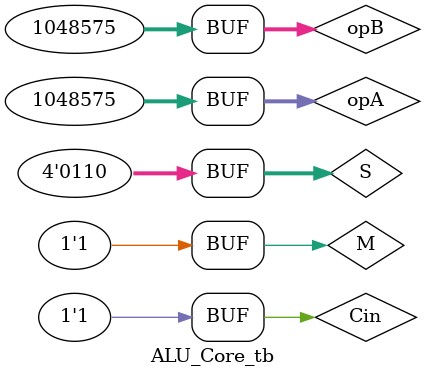
<source format=v>
`timescale 1ns  / 10 ps

module ALU_Core #( parameter  		  n = 32) 
		 ( input wire 	[n-1 : 0] opA	, 	//???A
					  opB 	, 	//???B
		   input wire 	[3 : 0]   S 	, 	//????????
		   input wire 		  M 	, 	//????????
			      		  Cin 	, 	//??????
		   output reg 	[n-1 : 0] DO 	, 	//????
		   output reg 		  C 	, 	//????
					  V 	, 	//????????
					  N 	, 	// DO???????
					  Z 		//DO??0????
);
	wire	[n : 0]		c;
	wire	[n-1 : 0]	D;

	assign	c[0]	= Cin;

generate
	genvar i;
	for(i=0; i<n; i=i+1) begin: u
		ALU_UNIT unit (opA[i], opB[i], S, M, c[i], D[i], c[i+1]);
	end
endgenerate

initial begin
	C	<= 0;
	V	<= 0;
	N	<= 0;
	Z	<= 0;
end

always@(*)
begin
	DO	= D;
	C	= c[n];
	N	= DO[n-1];
	Z	= ~(| DO);
	V	= c[n] ^ c[n-1];
end

endmodule



// Test	32 bit
module ALU_Core_tb();
	parameter	n	=32;

	reg	[n-1 : 0]	opA,opB;
	reg			M,Cin;
	wire	[n-1 : 0]	DO;
	wire			C,V,N,Z;
	reg 	[3 : 0]		S;

initial begin: S_TB
		opA	= 32'hFFFF_FFFF;
		opB	= 32'h0000_0000;

		M	= 1'b0;
		Cin	= 1'b1;
		S	= 4'b0000;
	#10	S	= 4'b0001;
	#10	S	= 4'b0010;
	#10	S	= 4'b0011;
	#10	S	= 4'b0100;
	#10	S	= 4'b0101;
	#10	S	= 4'b0110;
	#10	S	= 4'b0111;
	#10	S	= 4'b1000;
	#10	S	= 4'b1001;
	#10	S	= 4'b1010;
	#10	S	= 4'b1011;
	#10	S	= 4'b1100;
	#10	S	= 4'b1101;
	#10	S	= 4'b1110;
	#10	S	= 4'b1111;


	#20	opA	= 32'h7FFF_FFFF;
		opB	= 32'h7FFF_FFFF;
		M	= 1'b1;
		Cin	= 1'b0;
		S	= 4'b1001;

	#20	Cin	= 1'b1;
		S	= 4'b0110;

	#20	opA	= 32'hFFFF_FFFF;
		opB	= 32'hFFFF_FFFF;
		M	= 1'b1;
		Cin	= 1'b0;
		S	= 4'b1001;

	#20	Cin	= 1'b1;
		S	= 4'b0110;


	#20	opA	= 32'h000F_FFFF;
		opB	= 32'h000F_FFFF;
		M	= 1'b1;
		Cin	= 1'b0;
		S	= 4'b1001;

	#20	Cin	= 1'b1;
		S	= 4'b0110;

end

ALU_Core #(n) Core (	.opA(opA), 
			.opB(opB),
			.S(S),
			.M(M),
			.Cin(Cin),
			.DO(DO),
			.C(C),
			.V(V),
			.N(N),
			.Z(Z));
endmodule

</source>
